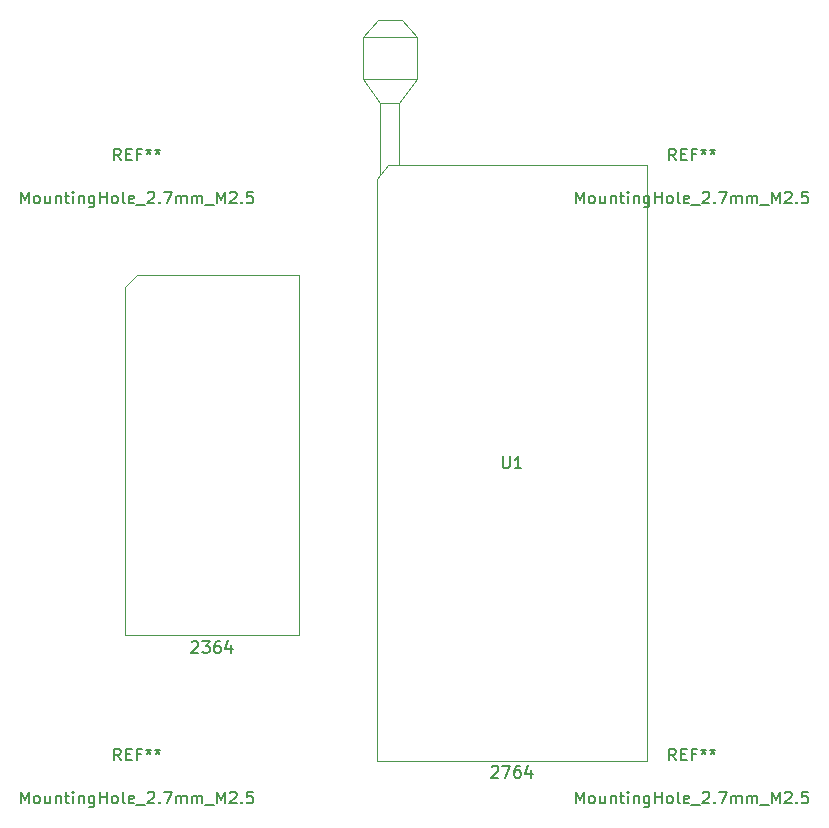
<source format=gbr>
%TF.GenerationSoftware,KiCad,Pcbnew,9.0.3+1*%
%TF.CreationDate,2025-09-14T03:51:49+09:00*%
%TF.ProjectId,romext-2364,726f6d65-7874-42d3-9233-36342e6b6963,1-2*%
%TF.SameCoordinates,Original*%
%TF.FileFunction,AssemblyDrawing,Top*%
%FSLAX46Y46*%
G04 Gerber Fmt 4.6, Leading zero omitted, Abs format (unit mm)*
G04 Created by KiCad (PCBNEW 9.0.3+1) date 2025-09-14 03:51:49*
%MOMM*%
%LPD*%
G01*
G04 APERTURE LIST*
%ADD10C,0.150000*%
%ADD11C,0.100000*%
G04 APERTURE END LIST*
D10*
X107505714Y-80620057D02*
X107553333Y-80572438D01*
X107553333Y-80572438D02*
X107648571Y-80524819D01*
X107648571Y-80524819D02*
X107886666Y-80524819D01*
X107886666Y-80524819D02*
X107981904Y-80572438D01*
X107981904Y-80572438D02*
X108029523Y-80620057D01*
X108029523Y-80620057D02*
X108077142Y-80715295D01*
X108077142Y-80715295D02*
X108077142Y-80810533D01*
X108077142Y-80810533D02*
X108029523Y-80953390D01*
X108029523Y-80953390D02*
X107458095Y-81524819D01*
X107458095Y-81524819D02*
X108077142Y-81524819D01*
X108410476Y-80524819D02*
X109029523Y-80524819D01*
X109029523Y-80524819D02*
X108696190Y-80905771D01*
X108696190Y-80905771D02*
X108839047Y-80905771D01*
X108839047Y-80905771D02*
X108934285Y-80953390D01*
X108934285Y-80953390D02*
X108981904Y-81001009D01*
X108981904Y-81001009D02*
X109029523Y-81096247D01*
X109029523Y-81096247D02*
X109029523Y-81334342D01*
X109029523Y-81334342D02*
X108981904Y-81429580D01*
X108981904Y-81429580D02*
X108934285Y-81477200D01*
X108934285Y-81477200D02*
X108839047Y-81524819D01*
X108839047Y-81524819D02*
X108553333Y-81524819D01*
X108553333Y-81524819D02*
X108458095Y-81477200D01*
X108458095Y-81477200D02*
X108410476Y-81429580D01*
X109886666Y-80524819D02*
X109696190Y-80524819D01*
X109696190Y-80524819D02*
X109600952Y-80572438D01*
X109600952Y-80572438D02*
X109553333Y-80620057D01*
X109553333Y-80620057D02*
X109458095Y-80762914D01*
X109458095Y-80762914D02*
X109410476Y-80953390D01*
X109410476Y-80953390D02*
X109410476Y-81334342D01*
X109410476Y-81334342D02*
X109458095Y-81429580D01*
X109458095Y-81429580D02*
X109505714Y-81477200D01*
X109505714Y-81477200D02*
X109600952Y-81524819D01*
X109600952Y-81524819D02*
X109791428Y-81524819D01*
X109791428Y-81524819D02*
X109886666Y-81477200D01*
X109886666Y-81477200D02*
X109934285Y-81429580D01*
X109934285Y-81429580D02*
X109981904Y-81334342D01*
X109981904Y-81334342D02*
X109981904Y-81096247D01*
X109981904Y-81096247D02*
X109934285Y-81001009D01*
X109934285Y-81001009D02*
X109886666Y-80953390D01*
X109886666Y-80953390D02*
X109791428Y-80905771D01*
X109791428Y-80905771D02*
X109600952Y-80905771D01*
X109600952Y-80905771D02*
X109505714Y-80953390D01*
X109505714Y-80953390D02*
X109458095Y-81001009D01*
X109458095Y-81001009D02*
X109410476Y-81096247D01*
X110839047Y-80858152D02*
X110839047Y-81524819D01*
X110600952Y-80477200D02*
X110362857Y-81191485D01*
X110362857Y-81191485D02*
X110981904Y-81191485D01*
X140026667Y-43474819D02*
X140026667Y-42474819D01*
X140026667Y-42474819D02*
X140360000Y-43189104D01*
X140360000Y-43189104D02*
X140693333Y-42474819D01*
X140693333Y-42474819D02*
X140693333Y-43474819D01*
X141312381Y-43474819D02*
X141217143Y-43427200D01*
X141217143Y-43427200D02*
X141169524Y-43379580D01*
X141169524Y-43379580D02*
X141121905Y-43284342D01*
X141121905Y-43284342D02*
X141121905Y-42998628D01*
X141121905Y-42998628D02*
X141169524Y-42903390D01*
X141169524Y-42903390D02*
X141217143Y-42855771D01*
X141217143Y-42855771D02*
X141312381Y-42808152D01*
X141312381Y-42808152D02*
X141455238Y-42808152D01*
X141455238Y-42808152D02*
X141550476Y-42855771D01*
X141550476Y-42855771D02*
X141598095Y-42903390D01*
X141598095Y-42903390D02*
X141645714Y-42998628D01*
X141645714Y-42998628D02*
X141645714Y-43284342D01*
X141645714Y-43284342D02*
X141598095Y-43379580D01*
X141598095Y-43379580D02*
X141550476Y-43427200D01*
X141550476Y-43427200D02*
X141455238Y-43474819D01*
X141455238Y-43474819D02*
X141312381Y-43474819D01*
X142502857Y-42808152D02*
X142502857Y-43474819D01*
X142074286Y-42808152D02*
X142074286Y-43331961D01*
X142074286Y-43331961D02*
X142121905Y-43427200D01*
X142121905Y-43427200D02*
X142217143Y-43474819D01*
X142217143Y-43474819D02*
X142360000Y-43474819D01*
X142360000Y-43474819D02*
X142455238Y-43427200D01*
X142455238Y-43427200D02*
X142502857Y-43379580D01*
X142979048Y-42808152D02*
X142979048Y-43474819D01*
X142979048Y-42903390D02*
X143026667Y-42855771D01*
X143026667Y-42855771D02*
X143121905Y-42808152D01*
X143121905Y-42808152D02*
X143264762Y-42808152D01*
X143264762Y-42808152D02*
X143360000Y-42855771D01*
X143360000Y-42855771D02*
X143407619Y-42951009D01*
X143407619Y-42951009D02*
X143407619Y-43474819D01*
X143740953Y-42808152D02*
X144121905Y-42808152D01*
X143883810Y-42474819D02*
X143883810Y-43331961D01*
X143883810Y-43331961D02*
X143931429Y-43427200D01*
X143931429Y-43427200D02*
X144026667Y-43474819D01*
X144026667Y-43474819D02*
X144121905Y-43474819D01*
X144455239Y-43474819D02*
X144455239Y-42808152D01*
X144455239Y-42474819D02*
X144407620Y-42522438D01*
X144407620Y-42522438D02*
X144455239Y-42570057D01*
X144455239Y-42570057D02*
X144502858Y-42522438D01*
X144502858Y-42522438D02*
X144455239Y-42474819D01*
X144455239Y-42474819D02*
X144455239Y-42570057D01*
X144931429Y-42808152D02*
X144931429Y-43474819D01*
X144931429Y-42903390D02*
X144979048Y-42855771D01*
X144979048Y-42855771D02*
X145074286Y-42808152D01*
X145074286Y-42808152D02*
X145217143Y-42808152D01*
X145217143Y-42808152D02*
X145312381Y-42855771D01*
X145312381Y-42855771D02*
X145360000Y-42951009D01*
X145360000Y-42951009D02*
X145360000Y-43474819D01*
X146264762Y-42808152D02*
X146264762Y-43617676D01*
X146264762Y-43617676D02*
X146217143Y-43712914D01*
X146217143Y-43712914D02*
X146169524Y-43760533D01*
X146169524Y-43760533D02*
X146074286Y-43808152D01*
X146074286Y-43808152D02*
X145931429Y-43808152D01*
X145931429Y-43808152D02*
X145836191Y-43760533D01*
X146264762Y-43427200D02*
X146169524Y-43474819D01*
X146169524Y-43474819D02*
X145979048Y-43474819D01*
X145979048Y-43474819D02*
X145883810Y-43427200D01*
X145883810Y-43427200D02*
X145836191Y-43379580D01*
X145836191Y-43379580D02*
X145788572Y-43284342D01*
X145788572Y-43284342D02*
X145788572Y-42998628D01*
X145788572Y-42998628D02*
X145836191Y-42903390D01*
X145836191Y-42903390D02*
X145883810Y-42855771D01*
X145883810Y-42855771D02*
X145979048Y-42808152D01*
X145979048Y-42808152D02*
X146169524Y-42808152D01*
X146169524Y-42808152D02*
X146264762Y-42855771D01*
X146740953Y-43474819D02*
X146740953Y-42474819D01*
X146740953Y-42951009D02*
X147312381Y-42951009D01*
X147312381Y-43474819D02*
X147312381Y-42474819D01*
X147931429Y-43474819D02*
X147836191Y-43427200D01*
X147836191Y-43427200D02*
X147788572Y-43379580D01*
X147788572Y-43379580D02*
X147740953Y-43284342D01*
X147740953Y-43284342D02*
X147740953Y-42998628D01*
X147740953Y-42998628D02*
X147788572Y-42903390D01*
X147788572Y-42903390D02*
X147836191Y-42855771D01*
X147836191Y-42855771D02*
X147931429Y-42808152D01*
X147931429Y-42808152D02*
X148074286Y-42808152D01*
X148074286Y-42808152D02*
X148169524Y-42855771D01*
X148169524Y-42855771D02*
X148217143Y-42903390D01*
X148217143Y-42903390D02*
X148264762Y-42998628D01*
X148264762Y-42998628D02*
X148264762Y-43284342D01*
X148264762Y-43284342D02*
X148217143Y-43379580D01*
X148217143Y-43379580D02*
X148169524Y-43427200D01*
X148169524Y-43427200D02*
X148074286Y-43474819D01*
X148074286Y-43474819D02*
X147931429Y-43474819D01*
X148836191Y-43474819D02*
X148740953Y-43427200D01*
X148740953Y-43427200D02*
X148693334Y-43331961D01*
X148693334Y-43331961D02*
X148693334Y-42474819D01*
X149598096Y-43427200D02*
X149502858Y-43474819D01*
X149502858Y-43474819D02*
X149312382Y-43474819D01*
X149312382Y-43474819D02*
X149217144Y-43427200D01*
X149217144Y-43427200D02*
X149169525Y-43331961D01*
X149169525Y-43331961D02*
X149169525Y-42951009D01*
X149169525Y-42951009D02*
X149217144Y-42855771D01*
X149217144Y-42855771D02*
X149312382Y-42808152D01*
X149312382Y-42808152D02*
X149502858Y-42808152D01*
X149502858Y-42808152D02*
X149598096Y-42855771D01*
X149598096Y-42855771D02*
X149645715Y-42951009D01*
X149645715Y-42951009D02*
X149645715Y-43046247D01*
X149645715Y-43046247D02*
X149169525Y-43141485D01*
X149836192Y-43570057D02*
X150598096Y-43570057D01*
X150788573Y-42570057D02*
X150836192Y-42522438D01*
X150836192Y-42522438D02*
X150931430Y-42474819D01*
X150931430Y-42474819D02*
X151169525Y-42474819D01*
X151169525Y-42474819D02*
X151264763Y-42522438D01*
X151264763Y-42522438D02*
X151312382Y-42570057D01*
X151312382Y-42570057D02*
X151360001Y-42665295D01*
X151360001Y-42665295D02*
X151360001Y-42760533D01*
X151360001Y-42760533D02*
X151312382Y-42903390D01*
X151312382Y-42903390D02*
X150740954Y-43474819D01*
X150740954Y-43474819D02*
X151360001Y-43474819D01*
X151788573Y-43379580D02*
X151836192Y-43427200D01*
X151836192Y-43427200D02*
X151788573Y-43474819D01*
X151788573Y-43474819D02*
X151740954Y-43427200D01*
X151740954Y-43427200D02*
X151788573Y-43379580D01*
X151788573Y-43379580D02*
X151788573Y-43474819D01*
X152169525Y-42474819D02*
X152836191Y-42474819D01*
X152836191Y-42474819D02*
X152407620Y-43474819D01*
X153217144Y-43474819D02*
X153217144Y-42808152D01*
X153217144Y-42903390D02*
X153264763Y-42855771D01*
X153264763Y-42855771D02*
X153360001Y-42808152D01*
X153360001Y-42808152D02*
X153502858Y-42808152D01*
X153502858Y-42808152D02*
X153598096Y-42855771D01*
X153598096Y-42855771D02*
X153645715Y-42951009D01*
X153645715Y-42951009D02*
X153645715Y-43474819D01*
X153645715Y-42951009D02*
X153693334Y-42855771D01*
X153693334Y-42855771D02*
X153788572Y-42808152D01*
X153788572Y-42808152D02*
X153931429Y-42808152D01*
X153931429Y-42808152D02*
X154026668Y-42855771D01*
X154026668Y-42855771D02*
X154074287Y-42951009D01*
X154074287Y-42951009D02*
X154074287Y-43474819D01*
X154550477Y-43474819D02*
X154550477Y-42808152D01*
X154550477Y-42903390D02*
X154598096Y-42855771D01*
X154598096Y-42855771D02*
X154693334Y-42808152D01*
X154693334Y-42808152D02*
X154836191Y-42808152D01*
X154836191Y-42808152D02*
X154931429Y-42855771D01*
X154931429Y-42855771D02*
X154979048Y-42951009D01*
X154979048Y-42951009D02*
X154979048Y-43474819D01*
X154979048Y-42951009D02*
X155026667Y-42855771D01*
X155026667Y-42855771D02*
X155121905Y-42808152D01*
X155121905Y-42808152D02*
X155264762Y-42808152D01*
X155264762Y-42808152D02*
X155360001Y-42855771D01*
X155360001Y-42855771D02*
X155407620Y-42951009D01*
X155407620Y-42951009D02*
X155407620Y-43474819D01*
X155645715Y-43570057D02*
X156407619Y-43570057D01*
X156645715Y-43474819D02*
X156645715Y-42474819D01*
X156645715Y-42474819D02*
X156979048Y-43189104D01*
X156979048Y-43189104D02*
X157312381Y-42474819D01*
X157312381Y-42474819D02*
X157312381Y-43474819D01*
X157740953Y-42570057D02*
X157788572Y-42522438D01*
X157788572Y-42522438D02*
X157883810Y-42474819D01*
X157883810Y-42474819D02*
X158121905Y-42474819D01*
X158121905Y-42474819D02*
X158217143Y-42522438D01*
X158217143Y-42522438D02*
X158264762Y-42570057D01*
X158264762Y-42570057D02*
X158312381Y-42665295D01*
X158312381Y-42665295D02*
X158312381Y-42760533D01*
X158312381Y-42760533D02*
X158264762Y-42903390D01*
X158264762Y-42903390D02*
X157693334Y-43474819D01*
X157693334Y-43474819D02*
X158312381Y-43474819D01*
X158740953Y-43379580D02*
X158788572Y-43427200D01*
X158788572Y-43427200D02*
X158740953Y-43474819D01*
X158740953Y-43474819D02*
X158693334Y-43427200D01*
X158693334Y-43427200D02*
X158740953Y-43379580D01*
X158740953Y-43379580D02*
X158740953Y-43474819D01*
X159693333Y-42474819D02*
X159217143Y-42474819D01*
X159217143Y-42474819D02*
X159169524Y-42951009D01*
X159169524Y-42951009D02*
X159217143Y-42903390D01*
X159217143Y-42903390D02*
X159312381Y-42855771D01*
X159312381Y-42855771D02*
X159550476Y-42855771D01*
X159550476Y-42855771D02*
X159645714Y-42903390D01*
X159645714Y-42903390D02*
X159693333Y-42951009D01*
X159693333Y-42951009D02*
X159740952Y-43046247D01*
X159740952Y-43046247D02*
X159740952Y-43284342D01*
X159740952Y-43284342D02*
X159693333Y-43379580D01*
X159693333Y-43379580D02*
X159645714Y-43427200D01*
X159645714Y-43427200D02*
X159550476Y-43474819D01*
X159550476Y-43474819D02*
X159312381Y-43474819D01*
X159312381Y-43474819D02*
X159217143Y-43427200D01*
X159217143Y-43427200D02*
X159169524Y-43379580D01*
X148526666Y-39824819D02*
X148193333Y-39348628D01*
X147955238Y-39824819D02*
X147955238Y-38824819D01*
X147955238Y-38824819D02*
X148336190Y-38824819D01*
X148336190Y-38824819D02*
X148431428Y-38872438D01*
X148431428Y-38872438D02*
X148479047Y-38920057D01*
X148479047Y-38920057D02*
X148526666Y-39015295D01*
X148526666Y-39015295D02*
X148526666Y-39158152D01*
X148526666Y-39158152D02*
X148479047Y-39253390D01*
X148479047Y-39253390D02*
X148431428Y-39301009D01*
X148431428Y-39301009D02*
X148336190Y-39348628D01*
X148336190Y-39348628D02*
X147955238Y-39348628D01*
X148955238Y-39301009D02*
X149288571Y-39301009D01*
X149431428Y-39824819D02*
X148955238Y-39824819D01*
X148955238Y-39824819D02*
X148955238Y-38824819D01*
X148955238Y-38824819D02*
X149431428Y-38824819D01*
X150193333Y-39301009D02*
X149860000Y-39301009D01*
X149860000Y-39824819D02*
X149860000Y-38824819D01*
X149860000Y-38824819D02*
X150336190Y-38824819D01*
X150860000Y-38824819D02*
X150860000Y-39062914D01*
X150621905Y-38967676D02*
X150860000Y-39062914D01*
X150860000Y-39062914D02*
X151098095Y-38967676D01*
X150717143Y-39253390D02*
X150860000Y-39062914D01*
X150860000Y-39062914D02*
X151002857Y-39253390D01*
X151621905Y-38824819D02*
X151621905Y-39062914D01*
X151383810Y-38967676D02*
X151621905Y-39062914D01*
X151621905Y-39062914D02*
X151860000Y-38967676D01*
X151479048Y-39253390D02*
X151621905Y-39062914D01*
X151621905Y-39062914D02*
X151764762Y-39253390D01*
X140026667Y-94274819D02*
X140026667Y-93274819D01*
X140026667Y-93274819D02*
X140360000Y-93989104D01*
X140360000Y-93989104D02*
X140693333Y-93274819D01*
X140693333Y-93274819D02*
X140693333Y-94274819D01*
X141312381Y-94274819D02*
X141217143Y-94227200D01*
X141217143Y-94227200D02*
X141169524Y-94179580D01*
X141169524Y-94179580D02*
X141121905Y-94084342D01*
X141121905Y-94084342D02*
X141121905Y-93798628D01*
X141121905Y-93798628D02*
X141169524Y-93703390D01*
X141169524Y-93703390D02*
X141217143Y-93655771D01*
X141217143Y-93655771D02*
X141312381Y-93608152D01*
X141312381Y-93608152D02*
X141455238Y-93608152D01*
X141455238Y-93608152D02*
X141550476Y-93655771D01*
X141550476Y-93655771D02*
X141598095Y-93703390D01*
X141598095Y-93703390D02*
X141645714Y-93798628D01*
X141645714Y-93798628D02*
X141645714Y-94084342D01*
X141645714Y-94084342D02*
X141598095Y-94179580D01*
X141598095Y-94179580D02*
X141550476Y-94227200D01*
X141550476Y-94227200D02*
X141455238Y-94274819D01*
X141455238Y-94274819D02*
X141312381Y-94274819D01*
X142502857Y-93608152D02*
X142502857Y-94274819D01*
X142074286Y-93608152D02*
X142074286Y-94131961D01*
X142074286Y-94131961D02*
X142121905Y-94227200D01*
X142121905Y-94227200D02*
X142217143Y-94274819D01*
X142217143Y-94274819D02*
X142360000Y-94274819D01*
X142360000Y-94274819D02*
X142455238Y-94227200D01*
X142455238Y-94227200D02*
X142502857Y-94179580D01*
X142979048Y-93608152D02*
X142979048Y-94274819D01*
X142979048Y-93703390D02*
X143026667Y-93655771D01*
X143026667Y-93655771D02*
X143121905Y-93608152D01*
X143121905Y-93608152D02*
X143264762Y-93608152D01*
X143264762Y-93608152D02*
X143360000Y-93655771D01*
X143360000Y-93655771D02*
X143407619Y-93751009D01*
X143407619Y-93751009D02*
X143407619Y-94274819D01*
X143740953Y-93608152D02*
X144121905Y-93608152D01*
X143883810Y-93274819D02*
X143883810Y-94131961D01*
X143883810Y-94131961D02*
X143931429Y-94227200D01*
X143931429Y-94227200D02*
X144026667Y-94274819D01*
X144026667Y-94274819D02*
X144121905Y-94274819D01*
X144455239Y-94274819D02*
X144455239Y-93608152D01*
X144455239Y-93274819D02*
X144407620Y-93322438D01*
X144407620Y-93322438D02*
X144455239Y-93370057D01*
X144455239Y-93370057D02*
X144502858Y-93322438D01*
X144502858Y-93322438D02*
X144455239Y-93274819D01*
X144455239Y-93274819D02*
X144455239Y-93370057D01*
X144931429Y-93608152D02*
X144931429Y-94274819D01*
X144931429Y-93703390D02*
X144979048Y-93655771D01*
X144979048Y-93655771D02*
X145074286Y-93608152D01*
X145074286Y-93608152D02*
X145217143Y-93608152D01*
X145217143Y-93608152D02*
X145312381Y-93655771D01*
X145312381Y-93655771D02*
X145360000Y-93751009D01*
X145360000Y-93751009D02*
X145360000Y-94274819D01*
X146264762Y-93608152D02*
X146264762Y-94417676D01*
X146264762Y-94417676D02*
X146217143Y-94512914D01*
X146217143Y-94512914D02*
X146169524Y-94560533D01*
X146169524Y-94560533D02*
X146074286Y-94608152D01*
X146074286Y-94608152D02*
X145931429Y-94608152D01*
X145931429Y-94608152D02*
X145836191Y-94560533D01*
X146264762Y-94227200D02*
X146169524Y-94274819D01*
X146169524Y-94274819D02*
X145979048Y-94274819D01*
X145979048Y-94274819D02*
X145883810Y-94227200D01*
X145883810Y-94227200D02*
X145836191Y-94179580D01*
X145836191Y-94179580D02*
X145788572Y-94084342D01*
X145788572Y-94084342D02*
X145788572Y-93798628D01*
X145788572Y-93798628D02*
X145836191Y-93703390D01*
X145836191Y-93703390D02*
X145883810Y-93655771D01*
X145883810Y-93655771D02*
X145979048Y-93608152D01*
X145979048Y-93608152D02*
X146169524Y-93608152D01*
X146169524Y-93608152D02*
X146264762Y-93655771D01*
X146740953Y-94274819D02*
X146740953Y-93274819D01*
X146740953Y-93751009D02*
X147312381Y-93751009D01*
X147312381Y-94274819D02*
X147312381Y-93274819D01*
X147931429Y-94274819D02*
X147836191Y-94227200D01*
X147836191Y-94227200D02*
X147788572Y-94179580D01*
X147788572Y-94179580D02*
X147740953Y-94084342D01*
X147740953Y-94084342D02*
X147740953Y-93798628D01*
X147740953Y-93798628D02*
X147788572Y-93703390D01*
X147788572Y-93703390D02*
X147836191Y-93655771D01*
X147836191Y-93655771D02*
X147931429Y-93608152D01*
X147931429Y-93608152D02*
X148074286Y-93608152D01*
X148074286Y-93608152D02*
X148169524Y-93655771D01*
X148169524Y-93655771D02*
X148217143Y-93703390D01*
X148217143Y-93703390D02*
X148264762Y-93798628D01*
X148264762Y-93798628D02*
X148264762Y-94084342D01*
X148264762Y-94084342D02*
X148217143Y-94179580D01*
X148217143Y-94179580D02*
X148169524Y-94227200D01*
X148169524Y-94227200D02*
X148074286Y-94274819D01*
X148074286Y-94274819D02*
X147931429Y-94274819D01*
X148836191Y-94274819D02*
X148740953Y-94227200D01*
X148740953Y-94227200D02*
X148693334Y-94131961D01*
X148693334Y-94131961D02*
X148693334Y-93274819D01*
X149598096Y-94227200D02*
X149502858Y-94274819D01*
X149502858Y-94274819D02*
X149312382Y-94274819D01*
X149312382Y-94274819D02*
X149217144Y-94227200D01*
X149217144Y-94227200D02*
X149169525Y-94131961D01*
X149169525Y-94131961D02*
X149169525Y-93751009D01*
X149169525Y-93751009D02*
X149217144Y-93655771D01*
X149217144Y-93655771D02*
X149312382Y-93608152D01*
X149312382Y-93608152D02*
X149502858Y-93608152D01*
X149502858Y-93608152D02*
X149598096Y-93655771D01*
X149598096Y-93655771D02*
X149645715Y-93751009D01*
X149645715Y-93751009D02*
X149645715Y-93846247D01*
X149645715Y-93846247D02*
X149169525Y-93941485D01*
X149836192Y-94370057D02*
X150598096Y-94370057D01*
X150788573Y-93370057D02*
X150836192Y-93322438D01*
X150836192Y-93322438D02*
X150931430Y-93274819D01*
X150931430Y-93274819D02*
X151169525Y-93274819D01*
X151169525Y-93274819D02*
X151264763Y-93322438D01*
X151264763Y-93322438D02*
X151312382Y-93370057D01*
X151312382Y-93370057D02*
X151360001Y-93465295D01*
X151360001Y-93465295D02*
X151360001Y-93560533D01*
X151360001Y-93560533D02*
X151312382Y-93703390D01*
X151312382Y-93703390D02*
X150740954Y-94274819D01*
X150740954Y-94274819D02*
X151360001Y-94274819D01*
X151788573Y-94179580D02*
X151836192Y-94227200D01*
X151836192Y-94227200D02*
X151788573Y-94274819D01*
X151788573Y-94274819D02*
X151740954Y-94227200D01*
X151740954Y-94227200D02*
X151788573Y-94179580D01*
X151788573Y-94179580D02*
X151788573Y-94274819D01*
X152169525Y-93274819D02*
X152836191Y-93274819D01*
X152836191Y-93274819D02*
X152407620Y-94274819D01*
X153217144Y-94274819D02*
X153217144Y-93608152D01*
X153217144Y-93703390D02*
X153264763Y-93655771D01*
X153264763Y-93655771D02*
X153360001Y-93608152D01*
X153360001Y-93608152D02*
X153502858Y-93608152D01*
X153502858Y-93608152D02*
X153598096Y-93655771D01*
X153598096Y-93655771D02*
X153645715Y-93751009D01*
X153645715Y-93751009D02*
X153645715Y-94274819D01*
X153645715Y-93751009D02*
X153693334Y-93655771D01*
X153693334Y-93655771D02*
X153788572Y-93608152D01*
X153788572Y-93608152D02*
X153931429Y-93608152D01*
X153931429Y-93608152D02*
X154026668Y-93655771D01*
X154026668Y-93655771D02*
X154074287Y-93751009D01*
X154074287Y-93751009D02*
X154074287Y-94274819D01*
X154550477Y-94274819D02*
X154550477Y-93608152D01*
X154550477Y-93703390D02*
X154598096Y-93655771D01*
X154598096Y-93655771D02*
X154693334Y-93608152D01*
X154693334Y-93608152D02*
X154836191Y-93608152D01*
X154836191Y-93608152D02*
X154931429Y-93655771D01*
X154931429Y-93655771D02*
X154979048Y-93751009D01*
X154979048Y-93751009D02*
X154979048Y-94274819D01*
X154979048Y-93751009D02*
X155026667Y-93655771D01*
X155026667Y-93655771D02*
X155121905Y-93608152D01*
X155121905Y-93608152D02*
X155264762Y-93608152D01*
X155264762Y-93608152D02*
X155360001Y-93655771D01*
X155360001Y-93655771D02*
X155407620Y-93751009D01*
X155407620Y-93751009D02*
X155407620Y-94274819D01*
X155645715Y-94370057D02*
X156407619Y-94370057D01*
X156645715Y-94274819D02*
X156645715Y-93274819D01*
X156645715Y-93274819D02*
X156979048Y-93989104D01*
X156979048Y-93989104D02*
X157312381Y-93274819D01*
X157312381Y-93274819D02*
X157312381Y-94274819D01*
X157740953Y-93370057D02*
X157788572Y-93322438D01*
X157788572Y-93322438D02*
X157883810Y-93274819D01*
X157883810Y-93274819D02*
X158121905Y-93274819D01*
X158121905Y-93274819D02*
X158217143Y-93322438D01*
X158217143Y-93322438D02*
X158264762Y-93370057D01*
X158264762Y-93370057D02*
X158312381Y-93465295D01*
X158312381Y-93465295D02*
X158312381Y-93560533D01*
X158312381Y-93560533D02*
X158264762Y-93703390D01*
X158264762Y-93703390D02*
X157693334Y-94274819D01*
X157693334Y-94274819D02*
X158312381Y-94274819D01*
X158740953Y-94179580D02*
X158788572Y-94227200D01*
X158788572Y-94227200D02*
X158740953Y-94274819D01*
X158740953Y-94274819D02*
X158693334Y-94227200D01*
X158693334Y-94227200D02*
X158740953Y-94179580D01*
X158740953Y-94179580D02*
X158740953Y-94274819D01*
X159693333Y-93274819D02*
X159217143Y-93274819D01*
X159217143Y-93274819D02*
X159169524Y-93751009D01*
X159169524Y-93751009D02*
X159217143Y-93703390D01*
X159217143Y-93703390D02*
X159312381Y-93655771D01*
X159312381Y-93655771D02*
X159550476Y-93655771D01*
X159550476Y-93655771D02*
X159645714Y-93703390D01*
X159645714Y-93703390D02*
X159693333Y-93751009D01*
X159693333Y-93751009D02*
X159740952Y-93846247D01*
X159740952Y-93846247D02*
X159740952Y-94084342D01*
X159740952Y-94084342D02*
X159693333Y-94179580D01*
X159693333Y-94179580D02*
X159645714Y-94227200D01*
X159645714Y-94227200D02*
X159550476Y-94274819D01*
X159550476Y-94274819D02*
X159312381Y-94274819D01*
X159312381Y-94274819D02*
X159217143Y-94227200D01*
X159217143Y-94227200D02*
X159169524Y-94179580D01*
X148526666Y-90624819D02*
X148193333Y-90148628D01*
X147955238Y-90624819D02*
X147955238Y-89624819D01*
X147955238Y-89624819D02*
X148336190Y-89624819D01*
X148336190Y-89624819D02*
X148431428Y-89672438D01*
X148431428Y-89672438D02*
X148479047Y-89720057D01*
X148479047Y-89720057D02*
X148526666Y-89815295D01*
X148526666Y-89815295D02*
X148526666Y-89958152D01*
X148526666Y-89958152D02*
X148479047Y-90053390D01*
X148479047Y-90053390D02*
X148431428Y-90101009D01*
X148431428Y-90101009D02*
X148336190Y-90148628D01*
X148336190Y-90148628D02*
X147955238Y-90148628D01*
X148955238Y-90101009D02*
X149288571Y-90101009D01*
X149431428Y-90624819D02*
X148955238Y-90624819D01*
X148955238Y-90624819D02*
X148955238Y-89624819D01*
X148955238Y-89624819D02*
X149431428Y-89624819D01*
X150193333Y-90101009D02*
X149860000Y-90101009D01*
X149860000Y-90624819D02*
X149860000Y-89624819D01*
X149860000Y-89624819D02*
X150336190Y-89624819D01*
X150860000Y-89624819D02*
X150860000Y-89862914D01*
X150621905Y-89767676D02*
X150860000Y-89862914D01*
X150860000Y-89862914D02*
X151098095Y-89767676D01*
X150717143Y-90053390D02*
X150860000Y-89862914D01*
X150860000Y-89862914D02*
X151002857Y-90053390D01*
X151621905Y-89624819D02*
X151621905Y-89862914D01*
X151383810Y-89767676D02*
X151621905Y-89862914D01*
X151621905Y-89862914D02*
X151860000Y-89767676D01*
X151479048Y-90053390D02*
X151621905Y-89862914D01*
X151621905Y-89862914D02*
X151764762Y-90053390D01*
X93036667Y-94274819D02*
X93036667Y-93274819D01*
X93036667Y-93274819D02*
X93370000Y-93989104D01*
X93370000Y-93989104D02*
X93703333Y-93274819D01*
X93703333Y-93274819D02*
X93703333Y-94274819D01*
X94322381Y-94274819D02*
X94227143Y-94227200D01*
X94227143Y-94227200D02*
X94179524Y-94179580D01*
X94179524Y-94179580D02*
X94131905Y-94084342D01*
X94131905Y-94084342D02*
X94131905Y-93798628D01*
X94131905Y-93798628D02*
X94179524Y-93703390D01*
X94179524Y-93703390D02*
X94227143Y-93655771D01*
X94227143Y-93655771D02*
X94322381Y-93608152D01*
X94322381Y-93608152D02*
X94465238Y-93608152D01*
X94465238Y-93608152D02*
X94560476Y-93655771D01*
X94560476Y-93655771D02*
X94608095Y-93703390D01*
X94608095Y-93703390D02*
X94655714Y-93798628D01*
X94655714Y-93798628D02*
X94655714Y-94084342D01*
X94655714Y-94084342D02*
X94608095Y-94179580D01*
X94608095Y-94179580D02*
X94560476Y-94227200D01*
X94560476Y-94227200D02*
X94465238Y-94274819D01*
X94465238Y-94274819D02*
X94322381Y-94274819D01*
X95512857Y-93608152D02*
X95512857Y-94274819D01*
X95084286Y-93608152D02*
X95084286Y-94131961D01*
X95084286Y-94131961D02*
X95131905Y-94227200D01*
X95131905Y-94227200D02*
X95227143Y-94274819D01*
X95227143Y-94274819D02*
X95370000Y-94274819D01*
X95370000Y-94274819D02*
X95465238Y-94227200D01*
X95465238Y-94227200D02*
X95512857Y-94179580D01*
X95989048Y-93608152D02*
X95989048Y-94274819D01*
X95989048Y-93703390D02*
X96036667Y-93655771D01*
X96036667Y-93655771D02*
X96131905Y-93608152D01*
X96131905Y-93608152D02*
X96274762Y-93608152D01*
X96274762Y-93608152D02*
X96370000Y-93655771D01*
X96370000Y-93655771D02*
X96417619Y-93751009D01*
X96417619Y-93751009D02*
X96417619Y-94274819D01*
X96750953Y-93608152D02*
X97131905Y-93608152D01*
X96893810Y-93274819D02*
X96893810Y-94131961D01*
X96893810Y-94131961D02*
X96941429Y-94227200D01*
X96941429Y-94227200D02*
X97036667Y-94274819D01*
X97036667Y-94274819D02*
X97131905Y-94274819D01*
X97465239Y-94274819D02*
X97465239Y-93608152D01*
X97465239Y-93274819D02*
X97417620Y-93322438D01*
X97417620Y-93322438D02*
X97465239Y-93370057D01*
X97465239Y-93370057D02*
X97512858Y-93322438D01*
X97512858Y-93322438D02*
X97465239Y-93274819D01*
X97465239Y-93274819D02*
X97465239Y-93370057D01*
X97941429Y-93608152D02*
X97941429Y-94274819D01*
X97941429Y-93703390D02*
X97989048Y-93655771D01*
X97989048Y-93655771D02*
X98084286Y-93608152D01*
X98084286Y-93608152D02*
X98227143Y-93608152D01*
X98227143Y-93608152D02*
X98322381Y-93655771D01*
X98322381Y-93655771D02*
X98370000Y-93751009D01*
X98370000Y-93751009D02*
X98370000Y-94274819D01*
X99274762Y-93608152D02*
X99274762Y-94417676D01*
X99274762Y-94417676D02*
X99227143Y-94512914D01*
X99227143Y-94512914D02*
X99179524Y-94560533D01*
X99179524Y-94560533D02*
X99084286Y-94608152D01*
X99084286Y-94608152D02*
X98941429Y-94608152D01*
X98941429Y-94608152D02*
X98846191Y-94560533D01*
X99274762Y-94227200D02*
X99179524Y-94274819D01*
X99179524Y-94274819D02*
X98989048Y-94274819D01*
X98989048Y-94274819D02*
X98893810Y-94227200D01*
X98893810Y-94227200D02*
X98846191Y-94179580D01*
X98846191Y-94179580D02*
X98798572Y-94084342D01*
X98798572Y-94084342D02*
X98798572Y-93798628D01*
X98798572Y-93798628D02*
X98846191Y-93703390D01*
X98846191Y-93703390D02*
X98893810Y-93655771D01*
X98893810Y-93655771D02*
X98989048Y-93608152D01*
X98989048Y-93608152D02*
X99179524Y-93608152D01*
X99179524Y-93608152D02*
X99274762Y-93655771D01*
X99750953Y-94274819D02*
X99750953Y-93274819D01*
X99750953Y-93751009D02*
X100322381Y-93751009D01*
X100322381Y-94274819D02*
X100322381Y-93274819D01*
X100941429Y-94274819D02*
X100846191Y-94227200D01*
X100846191Y-94227200D02*
X100798572Y-94179580D01*
X100798572Y-94179580D02*
X100750953Y-94084342D01*
X100750953Y-94084342D02*
X100750953Y-93798628D01*
X100750953Y-93798628D02*
X100798572Y-93703390D01*
X100798572Y-93703390D02*
X100846191Y-93655771D01*
X100846191Y-93655771D02*
X100941429Y-93608152D01*
X100941429Y-93608152D02*
X101084286Y-93608152D01*
X101084286Y-93608152D02*
X101179524Y-93655771D01*
X101179524Y-93655771D02*
X101227143Y-93703390D01*
X101227143Y-93703390D02*
X101274762Y-93798628D01*
X101274762Y-93798628D02*
X101274762Y-94084342D01*
X101274762Y-94084342D02*
X101227143Y-94179580D01*
X101227143Y-94179580D02*
X101179524Y-94227200D01*
X101179524Y-94227200D02*
X101084286Y-94274819D01*
X101084286Y-94274819D02*
X100941429Y-94274819D01*
X101846191Y-94274819D02*
X101750953Y-94227200D01*
X101750953Y-94227200D02*
X101703334Y-94131961D01*
X101703334Y-94131961D02*
X101703334Y-93274819D01*
X102608096Y-94227200D02*
X102512858Y-94274819D01*
X102512858Y-94274819D02*
X102322382Y-94274819D01*
X102322382Y-94274819D02*
X102227144Y-94227200D01*
X102227144Y-94227200D02*
X102179525Y-94131961D01*
X102179525Y-94131961D02*
X102179525Y-93751009D01*
X102179525Y-93751009D02*
X102227144Y-93655771D01*
X102227144Y-93655771D02*
X102322382Y-93608152D01*
X102322382Y-93608152D02*
X102512858Y-93608152D01*
X102512858Y-93608152D02*
X102608096Y-93655771D01*
X102608096Y-93655771D02*
X102655715Y-93751009D01*
X102655715Y-93751009D02*
X102655715Y-93846247D01*
X102655715Y-93846247D02*
X102179525Y-93941485D01*
X102846192Y-94370057D02*
X103608096Y-94370057D01*
X103798573Y-93370057D02*
X103846192Y-93322438D01*
X103846192Y-93322438D02*
X103941430Y-93274819D01*
X103941430Y-93274819D02*
X104179525Y-93274819D01*
X104179525Y-93274819D02*
X104274763Y-93322438D01*
X104274763Y-93322438D02*
X104322382Y-93370057D01*
X104322382Y-93370057D02*
X104370001Y-93465295D01*
X104370001Y-93465295D02*
X104370001Y-93560533D01*
X104370001Y-93560533D02*
X104322382Y-93703390D01*
X104322382Y-93703390D02*
X103750954Y-94274819D01*
X103750954Y-94274819D02*
X104370001Y-94274819D01*
X104798573Y-94179580D02*
X104846192Y-94227200D01*
X104846192Y-94227200D02*
X104798573Y-94274819D01*
X104798573Y-94274819D02*
X104750954Y-94227200D01*
X104750954Y-94227200D02*
X104798573Y-94179580D01*
X104798573Y-94179580D02*
X104798573Y-94274819D01*
X105179525Y-93274819D02*
X105846191Y-93274819D01*
X105846191Y-93274819D02*
X105417620Y-94274819D01*
X106227144Y-94274819D02*
X106227144Y-93608152D01*
X106227144Y-93703390D02*
X106274763Y-93655771D01*
X106274763Y-93655771D02*
X106370001Y-93608152D01*
X106370001Y-93608152D02*
X106512858Y-93608152D01*
X106512858Y-93608152D02*
X106608096Y-93655771D01*
X106608096Y-93655771D02*
X106655715Y-93751009D01*
X106655715Y-93751009D02*
X106655715Y-94274819D01*
X106655715Y-93751009D02*
X106703334Y-93655771D01*
X106703334Y-93655771D02*
X106798572Y-93608152D01*
X106798572Y-93608152D02*
X106941429Y-93608152D01*
X106941429Y-93608152D02*
X107036668Y-93655771D01*
X107036668Y-93655771D02*
X107084287Y-93751009D01*
X107084287Y-93751009D02*
X107084287Y-94274819D01*
X107560477Y-94274819D02*
X107560477Y-93608152D01*
X107560477Y-93703390D02*
X107608096Y-93655771D01*
X107608096Y-93655771D02*
X107703334Y-93608152D01*
X107703334Y-93608152D02*
X107846191Y-93608152D01*
X107846191Y-93608152D02*
X107941429Y-93655771D01*
X107941429Y-93655771D02*
X107989048Y-93751009D01*
X107989048Y-93751009D02*
X107989048Y-94274819D01*
X107989048Y-93751009D02*
X108036667Y-93655771D01*
X108036667Y-93655771D02*
X108131905Y-93608152D01*
X108131905Y-93608152D02*
X108274762Y-93608152D01*
X108274762Y-93608152D02*
X108370001Y-93655771D01*
X108370001Y-93655771D02*
X108417620Y-93751009D01*
X108417620Y-93751009D02*
X108417620Y-94274819D01*
X108655715Y-94370057D02*
X109417619Y-94370057D01*
X109655715Y-94274819D02*
X109655715Y-93274819D01*
X109655715Y-93274819D02*
X109989048Y-93989104D01*
X109989048Y-93989104D02*
X110322381Y-93274819D01*
X110322381Y-93274819D02*
X110322381Y-94274819D01*
X110750953Y-93370057D02*
X110798572Y-93322438D01*
X110798572Y-93322438D02*
X110893810Y-93274819D01*
X110893810Y-93274819D02*
X111131905Y-93274819D01*
X111131905Y-93274819D02*
X111227143Y-93322438D01*
X111227143Y-93322438D02*
X111274762Y-93370057D01*
X111274762Y-93370057D02*
X111322381Y-93465295D01*
X111322381Y-93465295D02*
X111322381Y-93560533D01*
X111322381Y-93560533D02*
X111274762Y-93703390D01*
X111274762Y-93703390D02*
X110703334Y-94274819D01*
X110703334Y-94274819D02*
X111322381Y-94274819D01*
X111750953Y-94179580D02*
X111798572Y-94227200D01*
X111798572Y-94227200D02*
X111750953Y-94274819D01*
X111750953Y-94274819D02*
X111703334Y-94227200D01*
X111703334Y-94227200D02*
X111750953Y-94179580D01*
X111750953Y-94179580D02*
X111750953Y-94274819D01*
X112703333Y-93274819D02*
X112227143Y-93274819D01*
X112227143Y-93274819D02*
X112179524Y-93751009D01*
X112179524Y-93751009D02*
X112227143Y-93703390D01*
X112227143Y-93703390D02*
X112322381Y-93655771D01*
X112322381Y-93655771D02*
X112560476Y-93655771D01*
X112560476Y-93655771D02*
X112655714Y-93703390D01*
X112655714Y-93703390D02*
X112703333Y-93751009D01*
X112703333Y-93751009D02*
X112750952Y-93846247D01*
X112750952Y-93846247D02*
X112750952Y-94084342D01*
X112750952Y-94084342D02*
X112703333Y-94179580D01*
X112703333Y-94179580D02*
X112655714Y-94227200D01*
X112655714Y-94227200D02*
X112560476Y-94274819D01*
X112560476Y-94274819D02*
X112322381Y-94274819D01*
X112322381Y-94274819D02*
X112227143Y-94227200D01*
X112227143Y-94227200D02*
X112179524Y-94179580D01*
X101536666Y-90624819D02*
X101203333Y-90148628D01*
X100965238Y-90624819D02*
X100965238Y-89624819D01*
X100965238Y-89624819D02*
X101346190Y-89624819D01*
X101346190Y-89624819D02*
X101441428Y-89672438D01*
X101441428Y-89672438D02*
X101489047Y-89720057D01*
X101489047Y-89720057D02*
X101536666Y-89815295D01*
X101536666Y-89815295D02*
X101536666Y-89958152D01*
X101536666Y-89958152D02*
X101489047Y-90053390D01*
X101489047Y-90053390D02*
X101441428Y-90101009D01*
X101441428Y-90101009D02*
X101346190Y-90148628D01*
X101346190Y-90148628D02*
X100965238Y-90148628D01*
X101965238Y-90101009D02*
X102298571Y-90101009D01*
X102441428Y-90624819D02*
X101965238Y-90624819D01*
X101965238Y-90624819D02*
X101965238Y-89624819D01*
X101965238Y-89624819D02*
X102441428Y-89624819D01*
X103203333Y-90101009D02*
X102870000Y-90101009D01*
X102870000Y-90624819D02*
X102870000Y-89624819D01*
X102870000Y-89624819D02*
X103346190Y-89624819D01*
X103870000Y-89624819D02*
X103870000Y-89862914D01*
X103631905Y-89767676D02*
X103870000Y-89862914D01*
X103870000Y-89862914D02*
X104108095Y-89767676D01*
X103727143Y-90053390D02*
X103870000Y-89862914D01*
X103870000Y-89862914D02*
X104012857Y-90053390D01*
X104631905Y-89624819D02*
X104631905Y-89862914D01*
X104393810Y-89767676D02*
X104631905Y-89862914D01*
X104631905Y-89862914D02*
X104870000Y-89767676D01*
X104489048Y-90053390D02*
X104631905Y-89862914D01*
X104631905Y-89862914D02*
X104774762Y-90053390D01*
X132905714Y-91190057D02*
X132953333Y-91142438D01*
X132953333Y-91142438D02*
X133048571Y-91094819D01*
X133048571Y-91094819D02*
X133286666Y-91094819D01*
X133286666Y-91094819D02*
X133381904Y-91142438D01*
X133381904Y-91142438D02*
X133429523Y-91190057D01*
X133429523Y-91190057D02*
X133477142Y-91285295D01*
X133477142Y-91285295D02*
X133477142Y-91380533D01*
X133477142Y-91380533D02*
X133429523Y-91523390D01*
X133429523Y-91523390D02*
X132858095Y-92094819D01*
X132858095Y-92094819D02*
X133477142Y-92094819D01*
X133810476Y-91094819D02*
X134477142Y-91094819D01*
X134477142Y-91094819D02*
X134048571Y-92094819D01*
X135286666Y-91094819D02*
X135096190Y-91094819D01*
X135096190Y-91094819D02*
X135000952Y-91142438D01*
X135000952Y-91142438D02*
X134953333Y-91190057D01*
X134953333Y-91190057D02*
X134858095Y-91332914D01*
X134858095Y-91332914D02*
X134810476Y-91523390D01*
X134810476Y-91523390D02*
X134810476Y-91904342D01*
X134810476Y-91904342D02*
X134858095Y-91999580D01*
X134858095Y-91999580D02*
X134905714Y-92047200D01*
X134905714Y-92047200D02*
X135000952Y-92094819D01*
X135000952Y-92094819D02*
X135191428Y-92094819D01*
X135191428Y-92094819D02*
X135286666Y-92047200D01*
X135286666Y-92047200D02*
X135334285Y-91999580D01*
X135334285Y-91999580D02*
X135381904Y-91904342D01*
X135381904Y-91904342D02*
X135381904Y-91666247D01*
X135381904Y-91666247D02*
X135334285Y-91571009D01*
X135334285Y-91571009D02*
X135286666Y-91523390D01*
X135286666Y-91523390D02*
X135191428Y-91475771D01*
X135191428Y-91475771D02*
X135000952Y-91475771D01*
X135000952Y-91475771D02*
X134905714Y-91523390D01*
X134905714Y-91523390D02*
X134858095Y-91571009D01*
X134858095Y-91571009D02*
X134810476Y-91666247D01*
X136239047Y-91428152D02*
X136239047Y-92094819D01*
X136000952Y-91047200D02*
X135762857Y-91761485D01*
X135762857Y-91761485D02*
X136381904Y-91761485D01*
X133858095Y-64894819D02*
X133858095Y-65704342D01*
X133858095Y-65704342D02*
X133905714Y-65799580D01*
X133905714Y-65799580D02*
X133953333Y-65847200D01*
X133953333Y-65847200D02*
X134048571Y-65894819D01*
X134048571Y-65894819D02*
X134239047Y-65894819D01*
X134239047Y-65894819D02*
X134334285Y-65847200D01*
X134334285Y-65847200D02*
X134381904Y-65799580D01*
X134381904Y-65799580D02*
X134429523Y-65704342D01*
X134429523Y-65704342D02*
X134429523Y-64894819D01*
X135429523Y-65894819D02*
X134858095Y-65894819D01*
X135143809Y-65894819D02*
X135143809Y-64894819D01*
X135143809Y-64894819D02*
X135048571Y-65037676D01*
X135048571Y-65037676D02*
X134953333Y-65132914D01*
X134953333Y-65132914D02*
X134858095Y-65180533D01*
X93036667Y-43474819D02*
X93036667Y-42474819D01*
X93036667Y-42474819D02*
X93370000Y-43189104D01*
X93370000Y-43189104D02*
X93703333Y-42474819D01*
X93703333Y-42474819D02*
X93703333Y-43474819D01*
X94322381Y-43474819D02*
X94227143Y-43427200D01*
X94227143Y-43427200D02*
X94179524Y-43379580D01*
X94179524Y-43379580D02*
X94131905Y-43284342D01*
X94131905Y-43284342D02*
X94131905Y-42998628D01*
X94131905Y-42998628D02*
X94179524Y-42903390D01*
X94179524Y-42903390D02*
X94227143Y-42855771D01*
X94227143Y-42855771D02*
X94322381Y-42808152D01*
X94322381Y-42808152D02*
X94465238Y-42808152D01*
X94465238Y-42808152D02*
X94560476Y-42855771D01*
X94560476Y-42855771D02*
X94608095Y-42903390D01*
X94608095Y-42903390D02*
X94655714Y-42998628D01*
X94655714Y-42998628D02*
X94655714Y-43284342D01*
X94655714Y-43284342D02*
X94608095Y-43379580D01*
X94608095Y-43379580D02*
X94560476Y-43427200D01*
X94560476Y-43427200D02*
X94465238Y-43474819D01*
X94465238Y-43474819D02*
X94322381Y-43474819D01*
X95512857Y-42808152D02*
X95512857Y-43474819D01*
X95084286Y-42808152D02*
X95084286Y-43331961D01*
X95084286Y-43331961D02*
X95131905Y-43427200D01*
X95131905Y-43427200D02*
X95227143Y-43474819D01*
X95227143Y-43474819D02*
X95370000Y-43474819D01*
X95370000Y-43474819D02*
X95465238Y-43427200D01*
X95465238Y-43427200D02*
X95512857Y-43379580D01*
X95989048Y-42808152D02*
X95989048Y-43474819D01*
X95989048Y-42903390D02*
X96036667Y-42855771D01*
X96036667Y-42855771D02*
X96131905Y-42808152D01*
X96131905Y-42808152D02*
X96274762Y-42808152D01*
X96274762Y-42808152D02*
X96370000Y-42855771D01*
X96370000Y-42855771D02*
X96417619Y-42951009D01*
X96417619Y-42951009D02*
X96417619Y-43474819D01*
X96750953Y-42808152D02*
X97131905Y-42808152D01*
X96893810Y-42474819D02*
X96893810Y-43331961D01*
X96893810Y-43331961D02*
X96941429Y-43427200D01*
X96941429Y-43427200D02*
X97036667Y-43474819D01*
X97036667Y-43474819D02*
X97131905Y-43474819D01*
X97465239Y-43474819D02*
X97465239Y-42808152D01*
X97465239Y-42474819D02*
X97417620Y-42522438D01*
X97417620Y-42522438D02*
X97465239Y-42570057D01*
X97465239Y-42570057D02*
X97512858Y-42522438D01*
X97512858Y-42522438D02*
X97465239Y-42474819D01*
X97465239Y-42474819D02*
X97465239Y-42570057D01*
X97941429Y-42808152D02*
X97941429Y-43474819D01*
X97941429Y-42903390D02*
X97989048Y-42855771D01*
X97989048Y-42855771D02*
X98084286Y-42808152D01*
X98084286Y-42808152D02*
X98227143Y-42808152D01*
X98227143Y-42808152D02*
X98322381Y-42855771D01*
X98322381Y-42855771D02*
X98370000Y-42951009D01*
X98370000Y-42951009D02*
X98370000Y-43474819D01*
X99274762Y-42808152D02*
X99274762Y-43617676D01*
X99274762Y-43617676D02*
X99227143Y-43712914D01*
X99227143Y-43712914D02*
X99179524Y-43760533D01*
X99179524Y-43760533D02*
X99084286Y-43808152D01*
X99084286Y-43808152D02*
X98941429Y-43808152D01*
X98941429Y-43808152D02*
X98846191Y-43760533D01*
X99274762Y-43427200D02*
X99179524Y-43474819D01*
X99179524Y-43474819D02*
X98989048Y-43474819D01*
X98989048Y-43474819D02*
X98893810Y-43427200D01*
X98893810Y-43427200D02*
X98846191Y-43379580D01*
X98846191Y-43379580D02*
X98798572Y-43284342D01*
X98798572Y-43284342D02*
X98798572Y-42998628D01*
X98798572Y-42998628D02*
X98846191Y-42903390D01*
X98846191Y-42903390D02*
X98893810Y-42855771D01*
X98893810Y-42855771D02*
X98989048Y-42808152D01*
X98989048Y-42808152D02*
X99179524Y-42808152D01*
X99179524Y-42808152D02*
X99274762Y-42855771D01*
X99750953Y-43474819D02*
X99750953Y-42474819D01*
X99750953Y-42951009D02*
X100322381Y-42951009D01*
X100322381Y-43474819D02*
X100322381Y-42474819D01*
X100941429Y-43474819D02*
X100846191Y-43427200D01*
X100846191Y-43427200D02*
X100798572Y-43379580D01*
X100798572Y-43379580D02*
X100750953Y-43284342D01*
X100750953Y-43284342D02*
X100750953Y-42998628D01*
X100750953Y-42998628D02*
X100798572Y-42903390D01*
X100798572Y-42903390D02*
X100846191Y-42855771D01*
X100846191Y-42855771D02*
X100941429Y-42808152D01*
X100941429Y-42808152D02*
X101084286Y-42808152D01*
X101084286Y-42808152D02*
X101179524Y-42855771D01*
X101179524Y-42855771D02*
X101227143Y-42903390D01*
X101227143Y-42903390D02*
X101274762Y-42998628D01*
X101274762Y-42998628D02*
X101274762Y-43284342D01*
X101274762Y-43284342D02*
X101227143Y-43379580D01*
X101227143Y-43379580D02*
X101179524Y-43427200D01*
X101179524Y-43427200D02*
X101084286Y-43474819D01*
X101084286Y-43474819D02*
X100941429Y-43474819D01*
X101846191Y-43474819D02*
X101750953Y-43427200D01*
X101750953Y-43427200D02*
X101703334Y-43331961D01*
X101703334Y-43331961D02*
X101703334Y-42474819D01*
X102608096Y-43427200D02*
X102512858Y-43474819D01*
X102512858Y-43474819D02*
X102322382Y-43474819D01*
X102322382Y-43474819D02*
X102227144Y-43427200D01*
X102227144Y-43427200D02*
X102179525Y-43331961D01*
X102179525Y-43331961D02*
X102179525Y-42951009D01*
X102179525Y-42951009D02*
X102227144Y-42855771D01*
X102227144Y-42855771D02*
X102322382Y-42808152D01*
X102322382Y-42808152D02*
X102512858Y-42808152D01*
X102512858Y-42808152D02*
X102608096Y-42855771D01*
X102608096Y-42855771D02*
X102655715Y-42951009D01*
X102655715Y-42951009D02*
X102655715Y-43046247D01*
X102655715Y-43046247D02*
X102179525Y-43141485D01*
X102846192Y-43570057D02*
X103608096Y-43570057D01*
X103798573Y-42570057D02*
X103846192Y-42522438D01*
X103846192Y-42522438D02*
X103941430Y-42474819D01*
X103941430Y-42474819D02*
X104179525Y-42474819D01*
X104179525Y-42474819D02*
X104274763Y-42522438D01*
X104274763Y-42522438D02*
X104322382Y-42570057D01*
X104322382Y-42570057D02*
X104370001Y-42665295D01*
X104370001Y-42665295D02*
X104370001Y-42760533D01*
X104370001Y-42760533D02*
X104322382Y-42903390D01*
X104322382Y-42903390D02*
X103750954Y-43474819D01*
X103750954Y-43474819D02*
X104370001Y-43474819D01*
X104798573Y-43379580D02*
X104846192Y-43427200D01*
X104846192Y-43427200D02*
X104798573Y-43474819D01*
X104798573Y-43474819D02*
X104750954Y-43427200D01*
X104750954Y-43427200D02*
X104798573Y-43379580D01*
X104798573Y-43379580D02*
X104798573Y-43474819D01*
X105179525Y-42474819D02*
X105846191Y-42474819D01*
X105846191Y-42474819D02*
X105417620Y-43474819D01*
X106227144Y-43474819D02*
X106227144Y-42808152D01*
X106227144Y-42903390D02*
X106274763Y-42855771D01*
X106274763Y-42855771D02*
X106370001Y-42808152D01*
X106370001Y-42808152D02*
X106512858Y-42808152D01*
X106512858Y-42808152D02*
X106608096Y-42855771D01*
X106608096Y-42855771D02*
X106655715Y-42951009D01*
X106655715Y-42951009D02*
X106655715Y-43474819D01*
X106655715Y-42951009D02*
X106703334Y-42855771D01*
X106703334Y-42855771D02*
X106798572Y-42808152D01*
X106798572Y-42808152D02*
X106941429Y-42808152D01*
X106941429Y-42808152D02*
X107036668Y-42855771D01*
X107036668Y-42855771D02*
X107084287Y-42951009D01*
X107084287Y-42951009D02*
X107084287Y-43474819D01*
X107560477Y-43474819D02*
X107560477Y-42808152D01*
X107560477Y-42903390D02*
X107608096Y-42855771D01*
X107608096Y-42855771D02*
X107703334Y-42808152D01*
X107703334Y-42808152D02*
X107846191Y-42808152D01*
X107846191Y-42808152D02*
X107941429Y-42855771D01*
X107941429Y-42855771D02*
X107989048Y-42951009D01*
X107989048Y-42951009D02*
X107989048Y-43474819D01*
X107989048Y-42951009D02*
X108036667Y-42855771D01*
X108036667Y-42855771D02*
X108131905Y-42808152D01*
X108131905Y-42808152D02*
X108274762Y-42808152D01*
X108274762Y-42808152D02*
X108370001Y-42855771D01*
X108370001Y-42855771D02*
X108417620Y-42951009D01*
X108417620Y-42951009D02*
X108417620Y-43474819D01*
X108655715Y-43570057D02*
X109417619Y-43570057D01*
X109655715Y-43474819D02*
X109655715Y-42474819D01*
X109655715Y-42474819D02*
X109989048Y-43189104D01*
X109989048Y-43189104D02*
X110322381Y-42474819D01*
X110322381Y-42474819D02*
X110322381Y-43474819D01*
X110750953Y-42570057D02*
X110798572Y-42522438D01*
X110798572Y-42522438D02*
X110893810Y-42474819D01*
X110893810Y-42474819D02*
X111131905Y-42474819D01*
X111131905Y-42474819D02*
X111227143Y-42522438D01*
X111227143Y-42522438D02*
X111274762Y-42570057D01*
X111274762Y-42570057D02*
X111322381Y-42665295D01*
X111322381Y-42665295D02*
X111322381Y-42760533D01*
X111322381Y-42760533D02*
X111274762Y-42903390D01*
X111274762Y-42903390D02*
X110703334Y-43474819D01*
X110703334Y-43474819D02*
X111322381Y-43474819D01*
X111750953Y-43379580D02*
X111798572Y-43427200D01*
X111798572Y-43427200D02*
X111750953Y-43474819D01*
X111750953Y-43474819D02*
X111703334Y-43427200D01*
X111703334Y-43427200D02*
X111750953Y-43379580D01*
X111750953Y-43379580D02*
X111750953Y-43474819D01*
X112703333Y-42474819D02*
X112227143Y-42474819D01*
X112227143Y-42474819D02*
X112179524Y-42951009D01*
X112179524Y-42951009D02*
X112227143Y-42903390D01*
X112227143Y-42903390D02*
X112322381Y-42855771D01*
X112322381Y-42855771D02*
X112560476Y-42855771D01*
X112560476Y-42855771D02*
X112655714Y-42903390D01*
X112655714Y-42903390D02*
X112703333Y-42951009D01*
X112703333Y-42951009D02*
X112750952Y-43046247D01*
X112750952Y-43046247D02*
X112750952Y-43284342D01*
X112750952Y-43284342D02*
X112703333Y-43379580D01*
X112703333Y-43379580D02*
X112655714Y-43427200D01*
X112655714Y-43427200D02*
X112560476Y-43474819D01*
X112560476Y-43474819D02*
X112322381Y-43474819D01*
X112322381Y-43474819D02*
X112227143Y-43427200D01*
X112227143Y-43427200D02*
X112179524Y-43379580D01*
X101536666Y-39824819D02*
X101203333Y-39348628D01*
X100965238Y-39824819D02*
X100965238Y-38824819D01*
X100965238Y-38824819D02*
X101346190Y-38824819D01*
X101346190Y-38824819D02*
X101441428Y-38872438D01*
X101441428Y-38872438D02*
X101489047Y-38920057D01*
X101489047Y-38920057D02*
X101536666Y-39015295D01*
X101536666Y-39015295D02*
X101536666Y-39158152D01*
X101536666Y-39158152D02*
X101489047Y-39253390D01*
X101489047Y-39253390D02*
X101441428Y-39301009D01*
X101441428Y-39301009D02*
X101346190Y-39348628D01*
X101346190Y-39348628D02*
X100965238Y-39348628D01*
X101965238Y-39301009D02*
X102298571Y-39301009D01*
X102441428Y-39824819D02*
X101965238Y-39824819D01*
X101965238Y-39824819D02*
X101965238Y-38824819D01*
X101965238Y-38824819D02*
X102441428Y-38824819D01*
X103203333Y-39301009D02*
X102870000Y-39301009D01*
X102870000Y-39824819D02*
X102870000Y-38824819D01*
X102870000Y-38824819D02*
X103346190Y-38824819D01*
X103870000Y-38824819D02*
X103870000Y-39062914D01*
X103631905Y-38967676D02*
X103870000Y-39062914D01*
X103870000Y-39062914D02*
X104108095Y-38967676D01*
X103727143Y-39253390D02*
X103870000Y-39062914D01*
X103870000Y-39062914D02*
X104012857Y-39253390D01*
X104631905Y-38824819D02*
X104631905Y-39062914D01*
X104393810Y-38967676D02*
X104631905Y-39062914D01*
X104631905Y-39062914D02*
X104870000Y-38967676D01*
X104489048Y-39253390D02*
X104631905Y-39062914D01*
X104631905Y-39062914D02*
X104774762Y-39253390D01*
D11*
%TO.C,J1*%
X101855000Y-50530000D02*
X102855000Y-49530000D01*
X101855000Y-80010000D02*
X101855000Y-50530000D01*
X102855000Y-49530000D02*
X116585000Y-49530000D01*
X116585000Y-49530000D02*
X116585000Y-80010000D01*
X116585000Y-80010000D02*
X101855000Y-80010000D01*
%TO.C,U1*%
X122000000Y-29340000D02*
X122000000Y-32940000D01*
X122000000Y-29340000D02*
X123300000Y-27940000D01*
X122000000Y-32940000D02*
X123500000Y-34940000D01*
X122000000Y-32940000D02*
X126600000Y-32940000D01*
X123170000Y-41400000D02*
X124150000Y-40240000D01*
X123170000Y-90640000D02*
X123170000Y-41400000D01*
X123300000Y-27940000D02*
X125300000Y-27940000D01*
X123500000Y-34940000D02*
X125100000Y-34940000D01*
X123500000Y-41050000D02*
X123500000Y-34940000D01*
X124150000Y-40240000D02*
X146070000Y-40240000D01*
X125100000Y-34940000D02*
X125100000Y-40240000D01*
X125300000Y-27940000D02*
X126600000Y-29340000D01*
X126600000Y-29340000D02*
X122000000Y-29340000D01*
X126600000Y-32940000D02*
X125100000Y-34940000D01*
X126600000Y-32940000D02*
X126600000Y-29340000D01*
X146070000Y-40240000D02*
X146070000Y-90640000D01*
X146070000Y-90640000D02*
X123170000Y-90640000D01*
%TD*%
M02*

</source>
